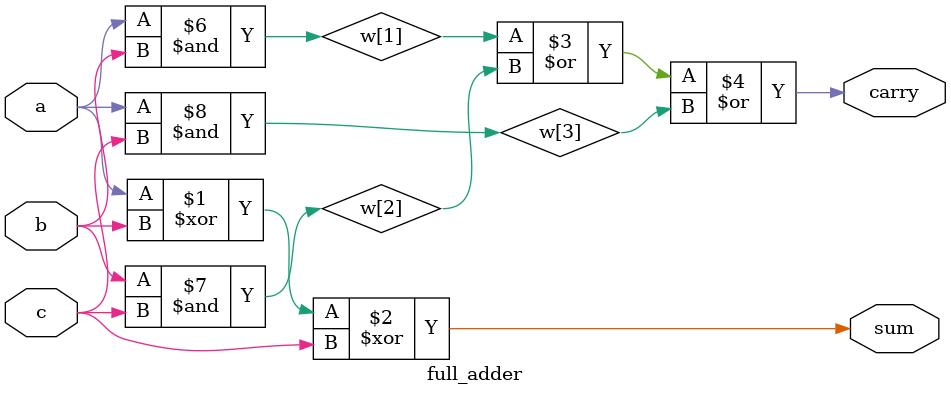
<source format=v>
module full_adder(a,b,c,sum,carry);
output sum,carry;
input a,b,c;
wire w[3:0];
xor G1(sum,a,b,c);
and G2(w[1],a,b);
and G3(w[2],b,c);
and G4(w[3],a,c);
or G5(carry,w[1],w[2],w[3]);
endmodule
</source>
